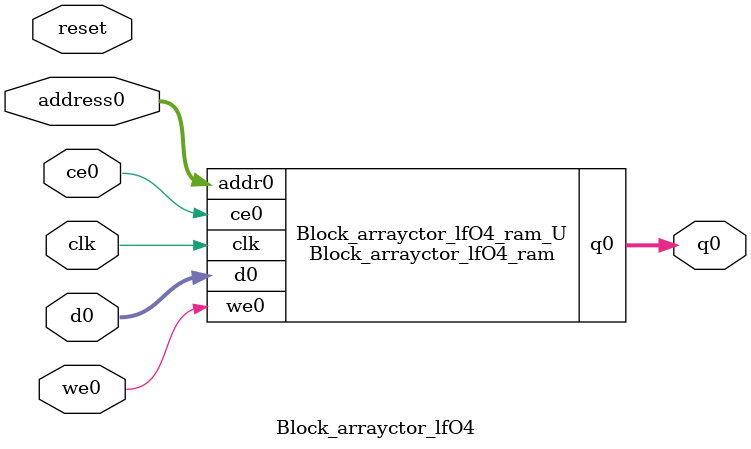
<source format=v>
`timescale 1 ns / 1 ps
module Block_arrayctor_lfO4_ram (addr0, ce0, d0, we0, q0,  clk);

parameter DWIDTH = 5;
parameter AWIDTH = 12;
parameter MEM_SIZE = 2592;

input[AWIDTH-1:0] addr0;
input ce0;
input[DWIDTH-1:0] d0;
input we0;
output reg[DWIDTH-1:0] q0;
input clk;

(* ram_style = "block" *)reg [DWIDTH-1:0] ram[0:MEM_SIZE-1];




always @(posedge clk)  
begin 
    if (ce0) begin
        if (we0) 
            ram[addr0] <= d0; 
        q0 <= ram[addr0];
    end
end


endmodule

`timescale 1 ns / 1 ps
module Block_arrayctor_lfO4(
    reset,
    clk,
    address0,
    ce0,
    we0,
    d0,
    q0);

parameter DataWidth = 32'd5;
parameter AddressRange = 32'd2592;
parameter AddressWidth = 32'd12;
input reset;
input clk;
input[AddressWidth - 1:0] address0;
input ce0;
input we0;
input[DataWidth - 1:0] d0;
output[DataWidth - 1:0] q0;



Block_arrayctor_lfO4_ram Block_arrayctor_lfO4_ram_U(
    .clk( clk ),
    .addr0( address0 ),
    .ce0( ce0 ),
    .we0( we0 ),
    .d0( d0 ),
    .q0( q0 ));

endmodule


</source>
